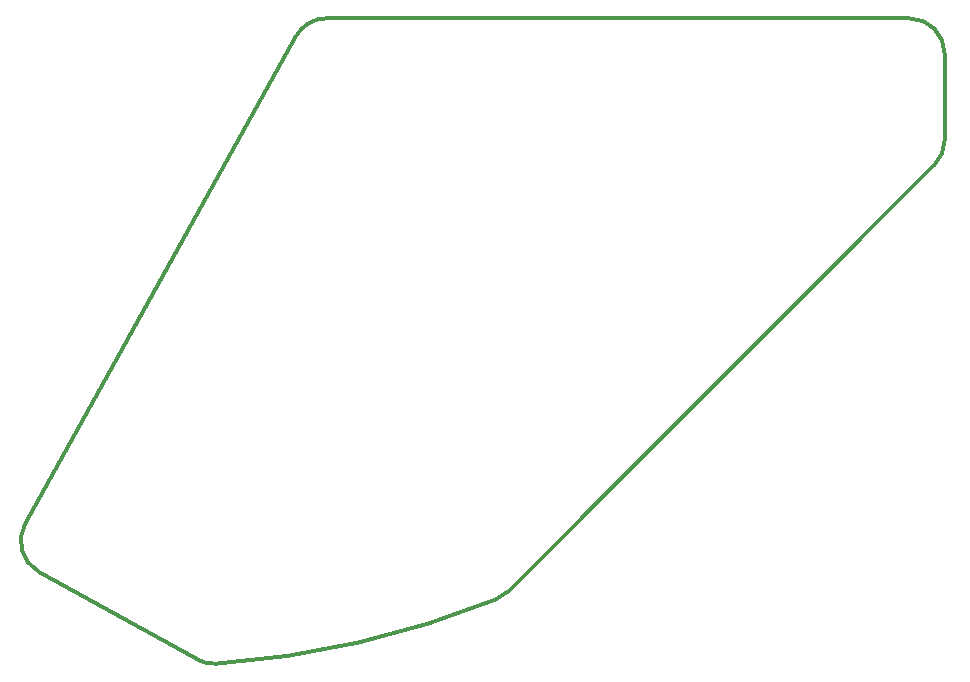
<source format=gbr>
%TF.GenerationSoftware,KiCad,Pcbnew,8.0.0*%
%TF.CreationDate,2024-03-25T03:31:52+00:00*%
%TF.ProjectId,main_PCB_v2,6d61696e-5f50-4434-925f-76322e6b6963,rev?*%
%TF.SameCoordinates,Original*%
%TF.FileFunction,Profile,NP*%
%FSLAX46Y46*%
G04 Gerber Fmt 4.6, Leading zero omitted, Abs format (unit mm)*
G04 Created by KiCad (PCBNEW 8.0.0) date 2024-03-25 03:31:52*
%MOMM*%
%LPD*%
G01*
G04 APERTURE LIST*
%TA.AperFunction,Profile*%
%ADD10C,0.350000*%
%TD*%
G04 APERTURE END LIST*
D10*
%TO.C,OL101*%
X113940360Y-119259820D02*
X136852513Y-78017943D01*
X115105865Y-123339199D02*
X128447541Y-130751242D01*
X154804771Y-125015716D02*
X190910613Y-88909873D01*
X188785054Y-76474945D02*
X139474854Y-76474945D01*
X191785055Y-79492831D02*
X191785055Y-86792799D01*
X115105865Y-123339199D02*
G75*
G02*
X113940361Y-119259820I1456945J2622444D01*
G01*
X130112241Y-131121560D02*
G75*
G02*
X128447541Y-130751242I-207788J2992762D01*
G01*
X136852513Y-78017943D02*
G75*
G02*
X139474854Y-76474945I2622351J-1456865D01*
G01*
X153802969Y-125677673D02*
G75*
G02*
X130112240Y-131121561I-29089722J72322106D01*
G01*
X154804771Y-125015716D02*
G75*
G02*
X153802967Y-125677665I-2121271J2121316D01*
G01*
X188785054Y-76474945D02*
G75*
G02*
X191785103Y-79492831I-54J-3000155D01*
G01*
X191785055Y-86792799D02*
G75*
G02*
X190910604Y-88909864I-2999955J-1D01*
G01*
%TD*%
M02*

</source>
